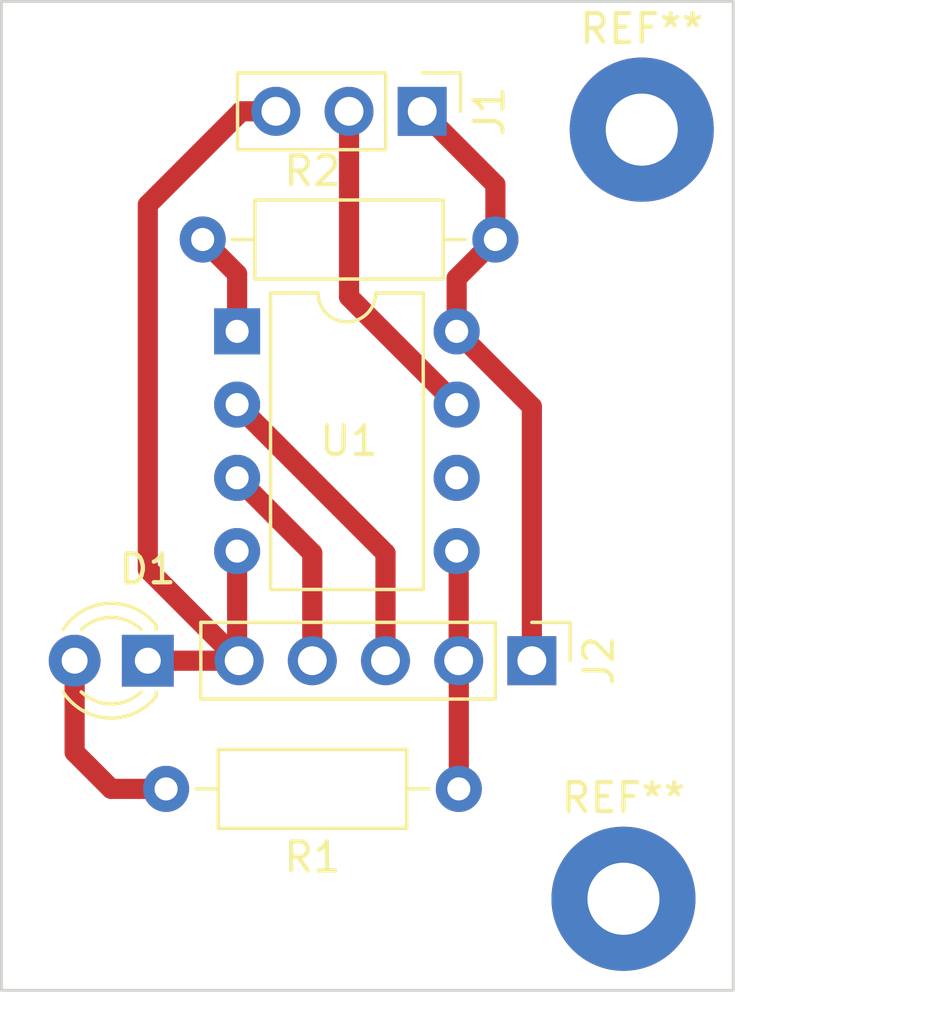
<source format=kicad_pcb>
(kicad_pcb (version 20211014) (generator pcbnew)
  (layers (0 "F.Cu" signal) (31 "B.Cu" signal) (34 "B.Paste" user) (35 "F.Paste" user) (36 "B.SilkS" user "B.Silkscreen") (37 "F.SilkS" user "F.Silkscreen") (38 "B.Mask" user) (39 "F.Mask" user) (44 "Edge.Cuts" user))
  (net 0 "")
  (net 1 "GND")
  (net 2 "Net-(D1-Pad2)")
  (net 3 "+3V3")
  (net 4 "ADC")
  (net 5 "Rx")
  (net 6 "Tx")
  (net 7 "F")
  (net 8 "Net-(R2-Pad1)")
  (footprint "Resistor_THT:R_Axial_DIN0207_L6.3mm_D2.5mm_P10.16mm_Horizontal" (layer "F.Cu") (at 94.615 38.735)
    (fp_text reference "R2" (at 3.81 -2.37) (layer "F.SilkS"))
    (fp_text value "10k")
    (fp_line (start 8.35 1.37) (end 8.35 -1.37) (layer "F.SilkS") (width 0.12))
    (fp_line (start 8.35 -1.37) (end 1.81 -1.37) (layer "F.SilkS") (width 0.12))
    (fp_line (start 1.04 0) (end 1.81 0) (layer "F.SilkS") (width 0.12))
    (fp_line (start 9.12 0) (end 8.35 0) (layer "F.SilkS") (width 0.12))
    (fp_line (start 1.81 -1.37) (end 1.81 1.37) (layer "F.SilkS") (width 0.12))
    (fp_line (start 1.81 1.37) (end 8.35 1.37) (layer "F.SilkS") (width 0.12))
    (pad "1" thru_hole circle locked (at 0 0) (size 1.6 1.6) (drill 0.8) (layers *.Cu *.Mask) (net 8 "Net-(R2-Pad1)"))
    (pad "2" thru_hole oval locked (at 10.16 0) (size 1.6 1.6) (drill 0.8) (layers *.Cu *.Mask) (net 3 "+3V3"))
  )
  (footprint "Connector_PinHeader_2.54mm:PinHeader_1x03_P2.54mm_Vertical" (layer "F.Cu") (at 102.235 34.29 -90)
    (fp_text reference "J1" (at 0 -2.33 90) (layer "F.SilkS"))
    (fp_text value "Conn_01x03")
    (fp_line (start -1.33 1.27) (end 1.33 1.27) (layer "F.SilkS") (width 0.12))
    (fp_line (start -1.33 -1.33) (end 0 -1.33) (layer "F.SilkS") (width 0.12))
    (fp_line (start 1.33 1.27) (end 1.33 6.41) (layer "F.SilkS") (width 0.12))
    (fp_line (start -1.33 6.41) (end 1.33 6.41) (layer "F.SilkS") (width 0.12))
    (fp_line (start -1.33 1.27) (end -1.33 6.41) (layer "F.SilkS") (width 0.12))
    (fp_line (start -1.33 0) (end -1.33 -1.33) (layer "F.SilkS") (width 0.12))
    (pad "1" thru_hole rect locked (at 0 0 270) (size 1.7 1.7) (drill 1) (layers *.Cu *.Mask) (net 3 "+3V3"))
    (pad "2" thru_hole oval locked (at 0 2.54 270) (size 1.7 1.7) (drill 1) (layers *.Cu *.Mask) (net 4 "ADC"))
    (pad "3" thru_hole oval locked (at 0 5.08 270) (size 1.7 1.7) (drill 1) (layers *.Cu *.Mask) (net 1 "GND"))
  )
  (footprint "Package_DIP:DIP-8_W7.62mm" (layer "F.Cu") (at 95.81 41.92)
    (fp_text reference "U1" (at 3.885 3.8) (layer "F.SilkS"))
    (fp_text value "ATtiny85V-10P")
    (fp_line (start 1.16 8.95) (end 6.46 8.95) (layer "F.SilkS") (width 0.12))
    (fp_line (start 1.16 -1.33) (end 1.16 8.95) (layer "F.SilkS") (width 0.12))
    (fp_line (start 6.46 -1.33) (end 4.81 -1.33) (layer "F.SilkS") (width 0.12))
    (fp_line (start 2.81 -1.33) (end 1.16 -1.33) (layer "F.SilkS") (width 0.12))
    (fp_line (start 6.46 8.95) (end 6.46 -1.33) (layer "F.SilkS") (width 0.12))
    (fp_arc (start 4.81 -1.33) (mid 3.81 -0.33) (end 2.81 -1.33) (layer "F.SilkS") (width 0.12))
    (pad "1" thru_hole rect locked (at 0 0) (size 1.6 1.6) (drill 0.8) (layers *.Cu *.Mask) (net 8 "Net-(R2-Pad1)"))
    (pad "2" thru_hole oval locked (at 0 2.54) (size 1.6 1.6) (drill 0.8) (layers *.Cu *.Mask) (net 5 "Rx"))
    (pad "3" thru_hole oval locked (at 0 5.08) (size 1.6 1.6) (drill 0.8) (layers *.Cu *.Mask) (net 6 "Tx"))
    (pad "4" thru_hole oval locked (at 0 7.62) (size 1.6 1.6) (drill 0.8) (layers *.Cu *.Mask) (net 1 "GND"))
    (pad "5" thru_hole oval locked (at 7.62 7.62) (size 1.6 1.6) (drill 0.8) (layers *.Cu *.Mask) (net 7 "F"))
    (pad "6" thru_hole oval locked (at 7.62 5.08) (size 1.6 1.6) (drill 0.8) (layers *.Cu *.Mask))
    (pad "7" thru_hole oval locked (at 7.62 2.54) (size 1.6 1.6) (drill 0.8) (layers *.Cu *.Mask) (net 4 "ADC"))
    (pad "8" thru_hole oval locked (at 7.62 0) (size 1.6 1.6) (drill 0.8) (layers *.Cu *.Mask) (net 3 "+3V3"))
  )
  (footprint "MountingHole:MountingHole_2.5mm_Pad" (layer "F.Cu") (at 109.855 34.925)
    (fp_text reference "REF**" (at 0 -3.5) (layer "F.SilkS"))
    (fp_text value "MountingHole_2.5mm_Pad")
    (pad "1" thru_hole circle locked (at 0 0) (size 5 5) (drill 2.5) (layers *.Cu *.Mask))
  )
  (footprint "LED_THT:LED_D3.0mm" (layer "F.Cu") (at 92.71 53.34 180)
    (fp_text reference "D1" (at 0.005 3.175) (layer "F.SilkS"))
    (fp_text value "LED")
    (fp_line (start -0.29 1.08) (end -0.29 1.236) (layer "F.SilkS") (width 0.12))
    (fp_line (start -0.29 -1.236) (end -0.29 -1.08) (layer "F.SilkS") (width 0.12))
    (fp_arc (start 2.31113 1.079837) (mid 1.270117 1.5) (end 0.229039 1.08) (layer "F.SilkS") (width 0.12))
    (fp_arc (start 0.229039 -1.08) (mid 1.270117 -1.5) (end 2.31113 -1.079837) (layer "F.SilkS") (width 0.12))
    (fp_arc (start -0.29 -1.235516) (mid 1.366487 -1.987659) (end 2.942335 -1.078608) (layer "F.SilkS") (width 0.12))
    (fp_arc (start 2.942335 1.078608) (mid 1.366487 1.987659) (end -0.29 1.235516) (layer "F.SilkS") (width 0.12))
    (pad "1" thru_hole rect locked (at 0 0 180) (size 1.8 1.8) (drill 0.9) (layers *.Cu *.Mask) (net 1 "GND"))
    (pad "2" thru_hole circle locked (at 2.54 0 180) (size 1.8 1.8) (drill 0.9) (layers *.Cu *.Mask) (net 2 "Net-(D1-Pad2)"))
  )
  (footprint "MountingHole:MountingHole_2.5mm_Pad" (layer "F.Cu") (at 109.22 61.595)
    (fp_text reference "REF**" (at 0 -3.5) (layer "F.SilkS"))
    (fp_text value "MountingHole_2.5mm_Pad")
    (pad "1" thru_hole circle locked (at 0 0) (size 5 5) (drill 2.5) (layers *.Cu *.Mask))
  )
  (footprint "Connector_PinHeader_2.54mm:PinHeader_1x05_P2.54mm_Vertical" (layer "F.Cu") (at 106.04 53.34 -90)
    (fp_text reference "J2" (at 0 -2.33 90) (layer "F.SilkS"))
    (fp_text value "Conn_01x05")
    (fp_line (start -1.33 1.27) (end 1.33 1.27) (layer "F.SilkS") (width 0.12))
    (fp_line (start -1.33 1.27) (end -1.33 11.49) (layer "F.SilkS") (width 0.12))
    (fp_line (start -1.33 -1.33) (end 0 -1.33) (layer "F.SilkS") (width 0.12))
    (fp_line (start 1.33 1.27) (end 1.33 11.49) (layer "F.SilkS") (width 0.12))
    (fp_line (start -1.33 11.49) (end 1.33 11.49) (layer "F.SilkS") (width 0.12))
    (fp_line (start -1.33 0) (end -1.33 -1.33) (layer "F.SilkS") (width 0.12))
    (pad "1" thru_hole rect locked (at 0 0 270) (size 1.7 1.7) (drill 1) (layers *.Cu *.Mask) (net 3 "+3V3"))
    (pad "2" thru_hole oval locked (at 0 2.54 270) (size 1.7 1.7) (drill 1) (layers *.Cu *.Mask) (net 7 "F"))
    (pad "3" thru_hole oval locked (at 0 5.08 270) (size 1.7 1.7) (drill 1) (layers *.Cu *.Mask) (net 5 "Rx"))
    (pad "4" thru_hole oval locked (at 0 7.62 270) (size 1.7 1.7) (drill 1) (layers *.Cu *.Mask) (net 6 "Tx"))
    (pad "5" thru_hole oval locked (at 0 10.16 270) (size 1.7 1.7) (drill 1) (layers *.Cu *.Mask) (net 1 "GND"))
  )
  (footprint "Resistor_THT:R_Axial_DIN0207_L6.3mm_D2.5mm_P10.16mm_Horizontal" (layer "F.Cu") (at 103.505 57.785 180)
    (fp_text reference "R1" (at 5.08 -2.37) (layer "F.SilkS"))
    (fp_text value "220")
    (fp_line (start 9.12 0) (end 8.35 0) (layer "F.SilkS") (width 0.12))
    (fp_line (start 8.35 1.37) (end 8.35 -1.37) (layer "F.SilkS") (width 0.12))
    (fp_line (start 1.04 0) (end 1.81 0) (layer "F.SilkS") (width 0.12))
    (fp_line (start 8.35 -1.37) (end 1.81 -1.37) (layer "F.SilkS") (width 0.12))
    (fp_line (start 1.81 1.37) (end 8.35 1.37) (layer "F.SilkS") (width 0.12))
    (fp_line (start 1.81 -1.37) (end 1.81 1.37) (layer "F.SilkS") (width 0.12))
    (pad "1" thru_hole circle locked (at 0 0 180) (size 1.6 1.6) (drill 0.8) (layers *.Cu *.Mask) (net 7 "F"))
    (pad "2" thru_hole oval locked (at 10.16 0 180) (size 1.6 1.6) (drill 0.8) (layers *.Cu *.Mask) (net 2 "Net-(D1-Pad2)"))
  )
  (gr_rect (start 87.63 30.48) (end 113.03 64.77) (layer "Edge.Cuts") (width 0.1) (fill none))
  (segment (start 97.155 34.29) (end 95.952919 34.29) (width 0.7) (layer "F.Cu") (net 1))
  (segment (start 95.81 49.54) (end 95.81 53.27) (width 0.7) (layer "F.Cu") (net 1))
  (segment (start 95.81 53.27) (end 95.88 53.34) (width 0.7) (layer "F.Cu") (net 1))
  (segment (start 92.71 53.34) (end 95.88 53.34) (width 0.7) (layer "F.Cu") (net 1))
  (segment (start 92.71 37.532919) (end 92.71 50.17) (width 0.7) (layer "F.Cu") (net 1))
  (segment (start 92.71 50.17) (end 95.88 53.34) (width 0.7) (layer "F.Cu") (net 1))
  (segment (start 95.952919 34.29) (end 92.71 37.532919) (width 0.7) (layer "F.Cu") (net 1))
  (segment (start 91.44 57.785) (end 90.17 56.515) (width 0.7) (layer "F.Cu") (net 2))
  (segment (start 90.17 56.515) (end 90.17 53.34) (width 0.7) (layer "F.Cu") (net 2))
  (segment (start 93.345 57.785) (end 91.44 57.785) (width 0.7) (layer "F.Cu") (net 2))
  (segment (start 106.04 53.34) (end 106.04 44.53) (width 0.7) (layer "F.Cu") (net 3))
  (segment (start 104.775 36.83) (end 102.235 34.29) (width 0.7) (layer "F.Cu") (net 3))
  (segment (start 104.775 38.735) (end 104.775 36.83) (width 0.7) (layer "F.Cu") (net 3))
  (segment (start 103.43 40.08) (end 104.775 38.735) (width 0.7) (layer "F.Cu") (net 3))
  (segment (start 103.43 41.92) (end 103.43 40.08) (width 0.7) (layer "F.Cu") (net 3))
  (segment (start 106.04 44.53) (end 103.43 41.92) (width 0.7) (layer "F.Cu") (net 3))
  (segment (start 99.695 40.725) (end 103.43 44.46) (width 0.7) (layer "F.Cu") (net 4))
  (segment (start 99.695 34.29) (end 99.695 40.725) (width 0.7) (layer "F.Cu") (net 4))
  (segment (start 95.81 44.46) (end 100.96 49.61) (width 0.7) (layer "F.Cu") (net 5))
  (segment (start 100.96 49.61) (end 100.96 53.34) (width 0.7) (layer "F.Cu") (net 5))
  (segment (start 95.81 47) (end 98.42 49.61) (width 0.7) (layer "F.Cu") (net 6))
  (segment (start 98.42 49.61) (end 98.42 53.34) (width 0.7) (layer "F.Cu") (net 6))
  (segment (start 103.5 53.34) (end 103.5 49.61) (width 0.7) (layer "F.Cu") (net 7))
  (segment (start 103.505 53.345) (end 103.5 53.34) (width 0.7) (layer "F.Cu") (net 7))
  (segment (start 103.505 57.785) (end 103.505 53.345) (width 0.7) (layer "F.Cu") (net 7))
  (segment (start 103.5 49.61) (end 103.43 49.54) (width 0.7) (layer "F.Cu") (net 7))
  (segment (start 95.81 41.92) (end 95.81 39.93) (width 0.7) (layer "F.Cu") (net 8))
  (segment (start 95.81 39.93) (end 94.615 38.735) (width 0.7) (layer "F.Cu") (net 8))
)
</source>
